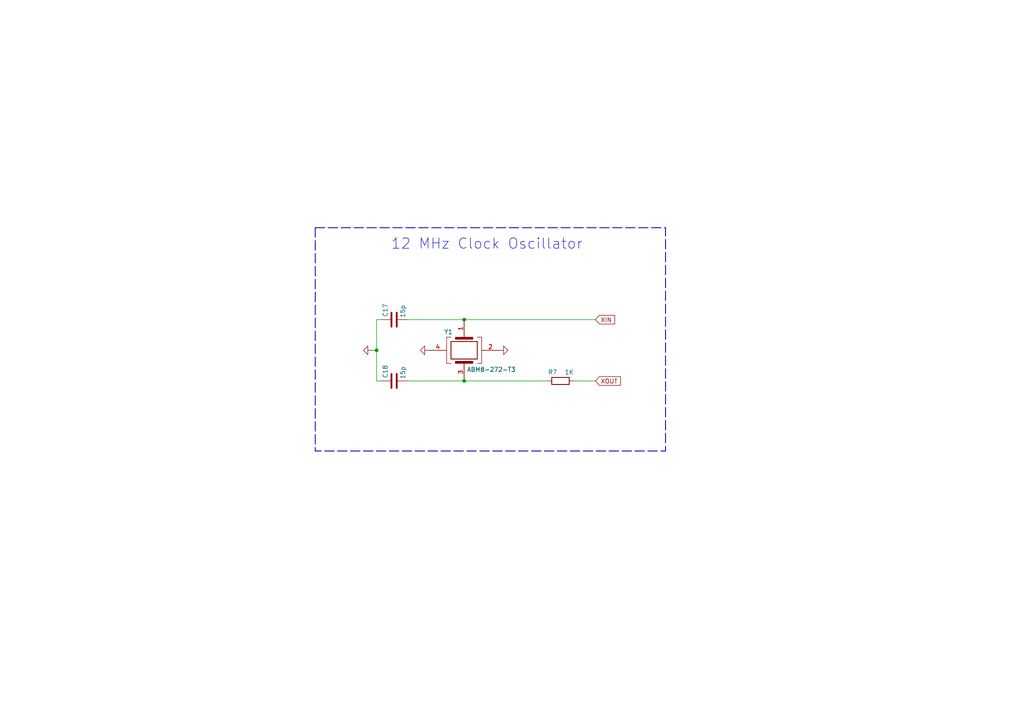
<source format=kicad_sch>
(kicad_sch (version 20231120) (generator "eeschema") (generator_version "8.0")
  (paper "A4")
  (title_block (title "RP2350B Development Board") (company "Dumblebots"))
  (lib_symbols
    (symbol "ABM8-272-T3:ABM8-272-T3"
      (property "Reference" "Y1" (at 15.748 6.604 0))
      (property "Value" "ABM8-272-T3" (at 28.194 -4.318 0))
      (symbol "ABM8-272-T3_1_1"
        (polyline (pts (xy 16.51 5.08) (xy 15.24 5.08) (xy 15.24 -2.54) (xy 16.51 -2.54)))
        (polyline (pts (xy 24.13 -2.54) (xy 25.4 -2.54) (xy 25.4 5.08) (xy 24.13 5.08)))
        (rectangle (start 16.51 3.81) (end 24.13 -1.27) (stroke (width 0.254)))
        (rectangle (start 17.78 -1.905) (end 22.86 -2.54) (fill (type outline)))
        (rectangle (start 17.78 5.08) (end 22.86 4.445) (fill (type outline)))
        (pin passive line (at 20.32 10.16 270) (length 5.08) (name "") (number "1"))
        (pin passive line (at 30.48 1.27 180) (length 5.08) (name "") (number "2"))
        (pin passive line (at 20.32 -7.62 90) (length 5.08) (name "") (number "3"))
        (pin passive line (at 10.16 1.27 0) (length 5.08) (name "") (number "4"))
      )
    )
    (symbol "Device:C" (pin_numbers hide) (pin_names (offset 0.254))
      (property "Reference" "C" (at 0.635 2.54 0))
      (property "Value" "C" (at 0.635 -2.54 0))
      (symbol "C_0_1"
        (polyline (pts (xy -2.032 -0.762) (xy 2.032 -0.762)) (stroke (width 0.508)))
        (polyline (pts (xy -2.032 0.762) (xy 2.032 0.762)) (stroke (width 0.508)))
      )
      (symbol "C_1_1"
        (pin passive line (at 0 3.81 270) (length 2.794) (name "~") (number "1"))
        (pin passive line (at 0 -3.81 90) (length 2.794) (name "~") (number "2"))
      )
    )
    (symbol "Device:R" (pin_numbers hide) (pin_names (offset 0))
      (property "Reference" "R" (at 2.032 0 90))
      (property "Value" "R" (at 0 0 90))
      (symbol "R_0_1"
        (rectangle (start -1.016 -2.54) (end 1.016 2.54) (stroke (width 0.254)))
      )
      (symbol "R_1_1"
        (pin passive line (at 0 3.81 270) (length 1.27) (name "~") (number "1"))
        (pin passive line (at 0 -3.81 90) (length 1.27) (name "~") (number "2"))
      )
    )
    (symbol "power:GND" (power) (pin_numbers hide) (pin_names (offset 0) hide)
      (property "Value" "GND" (at 0 -3.81 0))
      (symbol "GND_0_1"
        (polyline (pts (xy 0 0) (xy 0 -1.27) (xy 1.27 -1.27) (xy 0 -2.54) (xy -1.27 -1.27) (xy 0 -1.27)))
      )
      (symbol "GND_1_1"
        (pin power_in line (at 0 0 270) (length 0) (name "~") (number "1"))
      )
    )
  )
  (junction (at 134.62 92.71))
  (junction (at 109.22 101.6))
  (junction (at 134.62 110.49))
  (wire (pts (xy 107.95 101.6) (xy 109.22 101.6)))
  (wire (pts (xy 109.22 101.6) (xy 109.22 110.49)))
  (wire (pts (xy 110.49 92.71) (xy 109.22 92.71)))
  (wire (pts (xy 166.37 110.49) (xy 172.72 110.49)))
  (wire (pts (xy 109.22 92.71) (xy 109.22 101.6)))
  (wire (pts (xy 134.62 92.71) (xy 172.72 92.71)))
  (wire (pts (xy 118.11 92.71) (xy 134.62 92.71)))
  (wire (pts (xy 118.11 110.49) (xy 134.62 110.49)))
  (wire (pts (xy 134.62 110.49) (xy 158.75 110.49)))
  (wire (pts (xy 109.22 110.49) (xy 110.49 110.49)))
  (rectangle (start 91.44 66.04) (end 193.04 130.81) (stroke (width 0.25) (type dash)))
  (text "12 MHz Clock Oscillator" (at 141.224 70.866 0) (effects (font (size 3 3))))
  (global_label "XIN" (shape input) (at 172.72 92.71 0) (property "Intersheetrefs" "${INTERSHEET_REFS}" (effects (hide yes))))
  (global_label "XOUT" (shape input) (at 172.72 110.49 0) (property "Intersheetrefs" "${INTERSHEET_REFS}" (effects (hide yes))))
  (symbol (lib_id "Device:C") (at 114.3 110.49 90) (unit 1)
    (property "Reference" "C18" (at 111.76 109.728 0) (effects (justify left)))
    (property "Value" "15p" (at 116.84 109.982 0) (effects (justify left)))
    (property "Footprint" "Capacitor_SMD:C_0402_1005Metric" (effects (hide yes)))
    (property "Description" "Unpolarized capacitor" (effects (hide yes)))
  )
  (symbol (lib_id "power:GND") (at 107.95 101.6 270) (unit 1)
    (property "Reference" "#PWR015" (effects (hide yes)))
    (property "Value" "GND" (effects (hide yes)))
    (property "Description" "Power symbol creates a global label with name \"GND\" , ground" (effects (hide yes)))
  )
  (symbol (lib_id "Device:C") (at 114.3 92.71 90) (unit 1)
    (property "Reference" "C17" (at 111.76 91.948 0) (effects (justify left)))
    (property "Value" "15p" (at 116.84 92.202 0) (effects (justify left)))
    (property "Footprint" "Capacitor_SMD:C_0402_1005Metric" (effects (hide yes)))
    (property "Description" "Unpolarized capacitor" (effects (hide yes)))
  )
  (symbol (lib_id "power:GND") (at 144.78 101.6 90) (unit 1)
    (property "Reference" "#PWR017" (effects (hide yes)))
    (property "Value" "GND" (effects (hide yes)))
    (property "Description" "Power symbol creates a global label with name \"GND\" , ground" (effects (hide yes)))
  )
  (symbol (lib_id "ABM8-272-T3:ABM8-272-T3") (at 114.3 102.87 0) (unit 1)
    (property "Reference" "Y1" (at 130.048 96.266 0))
    (property "Value" "ABM8-272-T3" (at 142.494 107.188 0))
    (property "Footprint" "ABM8-272-T3:ABM8272T3" (effects (hide yes)))
    (property "Datasheet" "https://abracon.com/datasheets/ABM8-272-T3.pdf" (effects (hide yes)))
    (property "Description" "Crystal, 12 MHz, SMD, 3.2mm x 2.5mm, 30 ppm, 10 pF, 30 ppm, ABM8 Series" (effects (hide yes)))
    (property "Height" "0.8" (effects (hide yes)))
    (property "Mouser Part Number" "815-ABM8-272-T3" (effects (hide yes)))
    (property "Mouser Price/Stock" "https://www.mouser.co.uk/ProductDetail/ABRACON/ABM8-272-T3?qs=QpmGXVUTftEj6miOiJBMxQ%3D%3D" (effects (hide yes)))
    (property "Manufacturer_Name" "ABRACON" (effects (hide yes)))
    (property "Manufacturer_Part_Number" "ABM8-272-T3" (effects (hide yes)))
  )
  (symbol (lib_id "power:GND") (at 124.46 101.6 270) (unit 1)
    (property "Reference" "#PWR016" (effects (hide yes)))
    (property "Value" "GND" (effects (hide yes)))
    (property "Description" "Power symbol creates a global label with name \"GND\" , ground" (effects (hide yes)))
  )
  (symbol (lib_id "Device:R") (at 162.56 110.49 90) (unit 1)
    (property "Reference" "R7" (at 160.274 107.95 90))
    (property "Value" "1K" (at 165.1 107.95 90))
    (property "Footprint" "Resistor_SMD:R_0402_1005Metric" (effects (hide yes)))
    (property "Description" "Resistor" (effects (hide yes)))
  )
)
</source>
